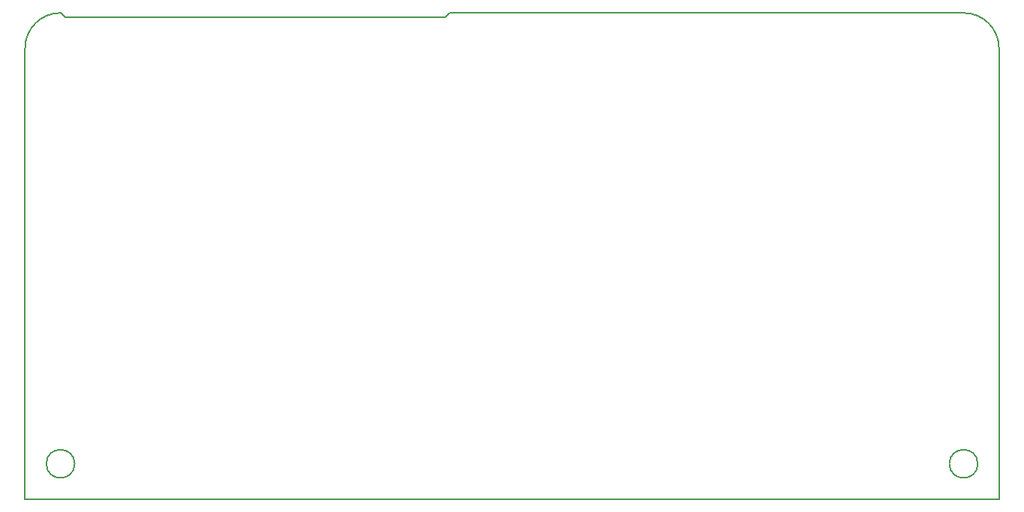
<source format=gbr>
G04 #@! TF.FileFunction,Profile,NP*
%FSLAX46Y46*%
G04 Gerber Fmt 4.6, Leading zero omitted, Abs format (unit mm)*
G04 Created by KiCad (PCBNEW 4.0.6) date 12/04/17 20:43:38*
%MOMM*%
%LPD*%
G01*
G04 APERTURE LIST*
%ADD10C,0.050000*%
%ADD11C,0.150000*%
G04 APERTURE END LIST*
D10*
D11*
X40000000Y-90000000D02*
X150000000Y-90000000D01*
X88000000Y-35000000D02*
X146000000Y-35000000D01*
X87500000Y-35500000D02*
X88000000Y-35000000D01*
X44500000Y-35500000D02*
X87500000Y-35500000D01*
X44000000Y-35000000D02*
X44500000Y-35500000D01*
X150000000Y-39000000D02*
X150000000Y-90000000D01*
X40000000Y-39000000D02*
X40000000Y-90000000D01*
X150000000Y-39000000D02*
G75*
G03X146000000Y-35000000I-4000000J0D01*
G01*
X44000000Y-35000000D02*
G75*
G03X40000000Y-39000000I0J-4000000D01*
G01*
X147600000Y-86000000D02*
G75*
G03X147600000Y-86000000I-1600000J0D01*
G01*
X45600000Y-86000000D02*
G75*
G03X45600000Y-86000000I-1600000J0D01*
G01*
M02*

</source>
